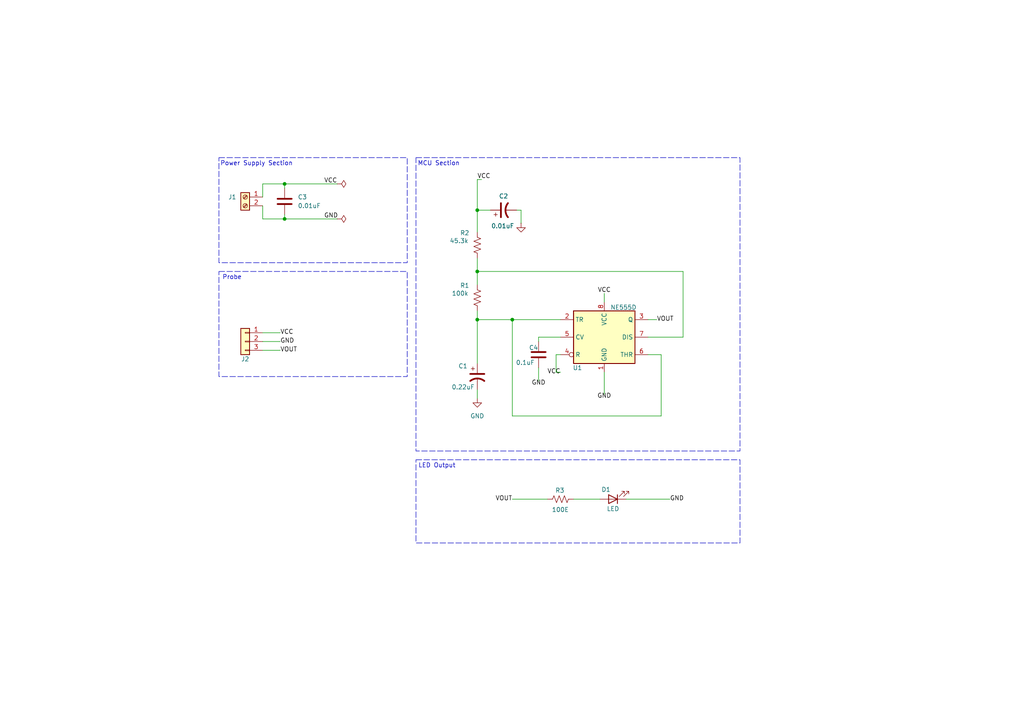
<source format=kicad_sch>
(kicad_sch
	(version 20231120)
	(generator "eeschema")
	(generator_version "8.0")
	(uuid "fc5dbd9e-ac9a-4e58-bc3b-44d5658761a4")
	(paper "A4")
	(lib_symbols
		(symbol "Connector:Screw_Terminal_01x02"
			(pin_names
				(offset 1.016) hide)
			(exclude_from_sim no)
			(in_bom yes)
			(on_board yes)
			(property "Reference" "J"
				(at 0 2.54 0)
				(effects
					(font
						(size 1.27 1.27)
					)
				)
			)
			(property "Value" "Screw_Terminal_01x02"
				(at 0 -5.08 0)
				(effects
					(font
						(size 1.27 1.27)
					)
				)
			)
			(property "Footprint" ""
				(at 0 0 0)
				(effects
					(font
						(size 1.27 1.27)
					)
					(hide yes)
				)
			)
			(property "Datasheet" "~"
				(at 0 0 0)
				(effects
					(font
						(size 1.27 1.27)
					)
					(hide yes)
				)
			)
			(property "Description" "Generic screw terminal, single row, 01x02, script generated (kicad-library-utils/schlib/autogen/connector/)"
				(at 0 0 0)
				(effects
					(font
						(size 1.27 1.27)
					)
					(hide yes)
				)
			)
			(property "ki_keywords" "screw terminal"
				(at 0 0 0)
				(effects
					(font
						(size 1.27 1.27)
					)
					(hide yes)
				)
			)
			(property "ki_fp_filters" "TerminalBlock*:*"
				(at 0 0 0)
				(effects
					(font
						(size 1.27 1.27)
					)
					(hide yes)
				)
			)
			(symbol "Screw_Terminal_01x02_1_1"
				(rectangle
					(start -1.27 1.27)
					(end 1.27 -3.81)
					(stroke
						(width 0.254)
						(type default)
					)
					(fill
						(type background)
					)
				)
				(circle
					(center 0 -2.54)
					(radius 0.635)
					(stroke
						(width 0.1524)
						(type default)
					)
					(fill
						(type none)
					)
				)
				(polyline
					(pts
						(xy -0.5334 -2.2098) (xy 0.3302 -3.048)
					)
					(stroke
						(width 0.1524)
						(type default)
					)
					(fill
						(type none)
					)
				)
				(polyline
					(pts
						(xy -0.5334 0.3302) (xy 0.3302 -0.508)
					)
					(stroke
						(width 0.1524)
						(type default)
					)
					(fill
						(type none)
					)
				)
				(polyline
					(pts
						(xy -0.3556 -2.032) (xy 0.508 -2.8702)
					)
					(stroke
						(width 0.1524)
						(type default)
					)
					(fill
						(type none)
					)
				)
				(polyline
					(pts
						(xy -0.3556 0.508) (xy 0.508 -0.3302)
					)
					(stroke
						(width 0.1524)
						(type default)
					)
					(fill
						(type none)
					)
				)
				(circle
					(center 0 0)
					(radius 0.635)
					(stroke
						(width 0.1524)
						(type default)
					)
					(fill
						(type none)
					)
				)
				(pin passive line
					(at -5.08 0 0)
					(length 3.81)
					(name "Pin_1"
						(effects
							(font
								(size 1.27 1.27)
							)
						)
					)
					(number "1"
						(effects
							(font
								(size 1.27 1.27)
							)
						)
					)
				)
				(pin passive line
					(at -5.08 -2.54 0)
					(length 3.81)
					(name "Pin_2"
						(effects
							(font
								(size 1.27 1.27)
							)
						)
					)
					(number "2"
						(effects
							(font
								(size 1.27 1.27)
							)
						)
					)
				)
			)
		)
		(symbol "Connector_Generic:Conn_01x03"
			(pin_names
				(offset 1.016) hide)
			(exclude_from_sim no)
			(in_bom yes)
			(on_board yes)
			(property "Reference" "J"
				(at 0 5.08 0)
				(effects
					(font
						(size 1.27 1.27)
					)
				)
			)
			(property "Value" "Conn_01x03"
				(at 0 -5.08 0)
				(effects
					(font
						(size 1.27 1.27)
					)
				)
			)
			(property "Footprint" ""
				(at 0 0 0)
				(effects
					(font
						(size 1.27 1.27)
					)
					(hide yes)
				)
			)
			(property "Datasheet" "~"
				(at 0 0 0)
				(effects
					(font
						(size 1.27 1.27)
					)
					(hide yes)
				)
			)
			(property "Description" "Generic connector, single row, 01x03, script generated (kicad-library-utils/schlib/autogen/connector/)"
				(at 0 0 0)
				(effects
					(font
						(size 1.27 1.27)
					)
					(hide yes)
				)
			)
			(property "ki_keywords" "connector"
				(at 0 0 0)
				(effects
					(font
						(size 1.27 1.27)
					)
					(hide yes)
				)
			)
			(property "ki_fp_filters" "Connector*:*_1x??_*"
				(at 0 0 0)
				(effects
					(font
						(size 1.27 1.27)
					)
					(hide yes)
				)
			)
			(symbol "Conn_01x03_1_1"
				(rectangle
					(start -1.27 -2.413)
					(end 0 -2.667)
					(stroke
						(width 0.1524)
						(type default)
					)
					(fill
						(type none)
					)
				)
				(rectangle
					(start -1.27 0.127)
					(end 0 -0.127)
					(stroke
						(width 0.1524)
						(type default)
					)
					(fill
						(type none)
					)
				)
				(rectangle
					(start -1.27 2.667)
					(end 0 2.413)
					(stroke
						(width 0.1524)
						(type default)
					)
					(fill
						(type none)
					)
				)
				(rectangle
					(start -1.27 3.81)
					(end 1.27 -3.81)
					(stroke
						(width 0.254)
						(type default)
					)
					(fill
						(type background)
					)
				)
				(pin passive line
					(at -5.08 2.54 0)
					(length 3.81)
					(name "Pin_1"
						(effects
							(font
								(size 1.27 1.27)
							)
						)
					)
					(number "1"
						(effects
							(font
								(size 1.27 1.27)
							)
						)
					)
				)
				(pin passive line
					(at -5.08 0 0)
					(length 3.81)
					(name "Pin_2"
						(effects
							(font
								(size 1.27 1.27)
							)
						)
					)
					(number "2"
						(effects
							(font
								(size 1.27 1.27)
							)
						)
					)
				)
				(pin passive line
					(at -5.08 -2.54 0)
					(length 3.81)
					(name "Pin_3"
						(effects
							(font
								(size 1.27 1.27)
							)
						)
					)
					(number "3"
						(effects
							(font
								(size 1.27 1.27)
							)
						)
					)
				)
			)
		)
		(symbol "Device:C"
			(pin_numbers hide)
			(pin_names
				(offset 0.254)
			)
			(exclude_from_sim no)
			(in_bom yes)
			(on_board yes)
			(property "Reference" "C"
				(at 0.635 2.54 0)
				(effects
					(font
						(size 1.27 1.27)
					)
					(justify left)
				)
			)
			(property "Value" "C"
				(at 0.635 -2.54 0)
				(effects
					(font
						(size 1.27 1.27)
					)
					(justify left)
				)
			)
			(property "Footprint" ""
				(at 0.9652 -3.81 0)
				(effects
					(font
						(size 1.27 1.27)
					)
					(hide yes)
				)
			)
			(property "Datasheet" "~"
				(at 0 0 0)
				(effects
					(font
						(size 1.27 1.27)
					)
					(hide yes)
				)
			)
			(property "Description" "Unpolarized capacitor"
				(at 0 0 0)
				(effects
					(font
						(size 1.27 1.27)
					)
					(hide yes)
				)
			)
			(property "ki_keywords" "cap capacitor"
				(at 0 0 0)
				(effects
					(font
						(size 1.27 1.27)
					)
					(hide yes)
				)
			)
			(property "ki_fp_filters" "C_*"
				(at 0 0 0)
				(effects
					(font
						(size 1.27 1.27)
					)
					(hide yes)
				)
			)
			(symbol "C_0_1"
				(polyline
					(pts
						(xy -2.032 -0.762) (xy 2.032 -0.762)
					)
					(stroke
						(width 0.508)
						(type default)
					)
					(fill
						(type none)
					)
				)
				(polyline
					(pts
						(xy -2.032 0.762) (xy 2.032 0.762)
					)
					(stroke
						(width 0.508)
						(type default)
					)
					(fill
						(type none)
					)
				)
			)
			(symbol "C_1_1"
				(pin passive line
					(at 0 3.81 270)
					(length 2.794)
					(name "~"
						(effects
							(font
								(size 1.27 1.27)
							)
						)
					)
					(number "1"
						(effects
							(font
								(size 1.27 1.27)
							)
						)
					)
				)
				(pin passive line
					(at 0 -3.81 90)
					(length 2.794)
					(name "~"
						(effects
							(font
								(size 1.27 1.27)
							)
						)
					)
					(number "2"
						(effects
							(font
								(size 1.27 1.27)
							)
						)
					)
				)
			)
		)
		(symbol "Device:C_Polarized_US"
			(pin_numbers hide)
			(pin_names
				(offset 0.254) hide)
			(exclude_from_sim no)
			(in_bom yes)
			(on_board yes)
			(property "Reference" "C"
				(at 0.635 2.54 0)
				(effects
					(font
						(size 1.27 1.27)
					)
					(justify left)
				)
			)
			(property "Value" "C_Polarized_US"
				(at 0.635 -2.54 0)
				(effects
					(font
						(size 1.27 1.27)
					)
					(justify left)
				)
			)
			(property "Footprint" ""
				(at 0 0 0)
				(effects
					(font
						(size 1.27 1.27)
					)
					(hide yes)
				)
			)
			(property "Datasheet" "~"
				(at 0 0 0)
				(effects
					(font
						(size 1.27 1.27)
					)
					(hide yes)
				)
			)
			(property "Description" "Polarized capacitor, US symbol"
				(at 0 0 0)
				(effects
					(font
						(size 1.27 1.27)
					)
					(hide yes)
				)
			)
			(property "ki_keywords" "cap capacitor"
				(at 0 0 0)
				(effects
					(font
						(size 1.27 1.27)
					)
					(hide yes)
				)
			)
			(property "ki_fp_filters" "CP_*"
				(at 0 0 0)
				(effects
					(font
						(size 1.27 1.27)
					)
					(hide yes)
				)
			)
			(symbol "C_Polarized_US_0_1"
				(polyline
					(pts
						(xy -2.032 0.762) (xy 2.032 0.762)
					)
					(stroke
						(width 0.508)
						(type default)
					)
					(fill
						(type none)
					)
				)
				(polyline
					(pts
						(xy -1.778 2.286) (xy -0.762 2.286)
					)
					(stroke
						(width 0)
						(type default)
					)
					(fill
						(type none)
					)
				)
				(polyline
					(pts
						(xy -1.27 1.778) (xy -1.27 2.794)
					)
					(stroke
						(width 0)
						(type default)
					)
					(fill
						(type none)
					)
				)
				(arc
					(start 2.032 -1.27)
					(mid 0 -0.5572)
					(end -2.032 -1.27)
					(stroke
						(width 0.508)
						(type default)
					)
					(fill
						(type none)
					)
				)
			)
			(symbol "C_Polarized_US_1_1"
				(pin passive line
					(at 0 3.81 270)
					(length 2.794)
					(name "~"
						(effects
							(font
								(size 1.27 1.27)
							)
						)
					)
					(number "1"
						(effects
							(font
								(size 1.27 1.27)
							)
						)
					)
				)
				(pin passive line
					(at 0 -3.81 90)
					(length 3.302)
					(name "~"
						(effects
							(font
								(size 1.27 1.27)
							)
						)
					)
					(number "2"
						(effects
							(font
								(size 1.27 1.27)
							)
						)
					)
				)
			)
		)
		(symbol "Device:LED"
			(pin_numbers hide)
			(pin_names
				(offset 1.016) hide)
			(exclude_from_sim no)
			(in_bom yes)
			(on_board yes)
			(property "Reference" "D"
				(at 0 2.54 0)
				(effects
					(font
						(size 1.27 1.27)
					)
				)
			)
			(property "Value" "LED"
				(at 0 -2.54 0)
				(effects
					(font
						(size 1.27 1.27)
					)
				)
			)
			(property "Footprint" ""
				(at 0 0 0)
				(effects
					(font
						(size 1.27 1.27)
					)
					(hide yes)
				)
			)
			(property "Datasheet" "~"
				(at 0 0 0)
				(effects
					(font
						(size 1.27 1.27)
					)
					(hide yes)
				)
			)
			(property "Description" "Light emitting diode"
				(at 0 0 0)
				(effects
					(font
						(size 1.27 1.27)
					)
					(hide yes)
				)
			)
			(property "ki_keywords" "LED diode"
				(at 0 0 0)
				(effects
					(font
						(size 1.27 1.27)
					)
					(hide yes)
				)
			)
			(property "ki_fp_filters" "LED* LED_SMD:* LED_THT:*"
				(at 0 0 0)
				(effects
					(font
						(size 1.27 1.27)
					)
					(hide yes)
				)
			)
			(symbol "LED_0_1"
				(polyline
					(pts
						(xy -1.27 -1.27) (xy -1.27 1.27)
					)
					(stroke
						(width 0.254)
						(type default)
					)
					(fill
						(type none)
					)
				)
				(polyline
					(pts
						(xy -1.27 0) (xy 1.27 0)
					)
					(stroke
						(width 0)
						(type default)
					)
					(fill
						(type none)
					)
				)
				(polyline
					(pts
						(xy 1.27 -1.27) (xy 1.27 1.27) (xy -1.27 0) (xy 1.27 -1.27)
					)
					(stroke
						(width 0.254)
						(type default)
					)
					(fill
						(type none)
					)
				)
				(polyline
					(pts
						(xy -3.048 -0.762) (xy -4.572 -2.286) (xy -3.81 -2.286) (xy -4.572 -2.286) (xy -4.572 -1.524)
					)
					(stroke
						(width 0)
						(type default)
					)
					(fill
						(type none)
					)
				)
				(polyline
					(pts
						(xy -1.778 -0.762) (xy -3.302 -2.286) (xy -2.54 -2.286) (xy -3.302 -2.286) (xy -3.302 -1.524)
					)
					(stroke
						(width 0)
						(type default)
					)
					(fill
						(type none)
					)
				)
			)
			(symbol "LED_1_1"
				(pin passive line
					(at -3.81 0 0)
					(length 2.54)
					(name "K"
						(effects
							(font
								(size 1.27 1.27)
							)
						)
					)
					(number "1"
						(effects
							(font
								(size 1.27 1.27)
							)
						)
					)
				)
				(pin passive line
					(at 3.81 0 180)
					(length 2.54)
					(name "A"
						(effects
							(font
								(size 1.27 1.27)
							)
						)
					)
					(number "2"
						(effects
							(font
								(size 1.27 1.27)
							)
						)
					)
				)
			)
		)
		(symbol "Device:R_US"
			(pin_numbers hide)
			(pin_names
				(offset 0)
			)
			(exclude_from_sim no)
			(in_bom yes)
			(on_board yes)
			(property "Reference" "R"
				(at 2.54 0 90)
				(effects
					(font
						(size 1.27 1.27)
					)
				)
			)
			(property "Value" "R_US"
				(at -2.54 0 90)
				(effects
					(font
						(size 1.27 1.27)
					)
				)
			)
			(property "Footprint" ""
				(at 1.016 -0.254 90)
				(effects
					(font
						(size 1.27 1.27)
					)
					(hide yes)
				)
			)
			(property "Datasheet" "~"
				(at 0 0 0)
				(effects
					(font
						(size 1.27 1.27)
					)
					(hide yes)
				)
			)
			(property "Description" "Resistor, US symbol"
				(at 0 0 0)
				(effects
					(font
						(size 1.27 1.27)
					)
					(hide yes)
				)
			)
			(property "ki_keywords" "R res resistor"
				(at 0 0 0)
				(effects
					(font
						(size 1.27 1.27)
					)
					(hide yes)
				)
			)
			(property "ki_fp_filters" "R_*"
				(at 0 0 0)
				(effects
					(font
						(size 1.27 1.27)
					)
					(hide yes)
				)
			)
			(symbol "R_US_0_1"
				(polyline
					(pts
						(xy 0 -2.286) (xy 0 -2.54)
					)
					(stroke
						(width 0)
						(type default)
					)
					(fill
						(type none)
					)
				)
				(polyline
					(pts
						(xy 0 2.286) (xy 0 2.54)
					)
					(stroke
						(width 0)
						(type default)
					)
					(fill
						(type none)
					)
				)
				(polyline
					(pts
						(xy 0 -0.762) (xy 1.016 -1.143) (xy 0 -1.524) (xy -1.016 -1.905) (xy 0 -2.286)
					)
					(stroke
						(width 0)
						(type default)
					)
					(fill
						(type none)
					)
				)
				(polyline
					(pts
						(xy 0 0.762) (xy 1.016 0.381) (xy 0 0) (xy -1.016 -0.381) (xy 0 -0.762)
					)
					(stroke
						(width 0)
						(type default)
					)
					(fill
						(type none)
					)
				)
				(polyline
					(pts
						(xy 0 2.286) (xy 1.016 1.905) (xy 0 1.524) (xy -1.016 1.143) (xy 0 0.762)
					)
					(stroke
						(width 0)
						(type default)
					)
					(fill
						(type none)
					)
				)
			)
			(symbol "R_US_1_1"
				(pin passive line
					(at 0 3.81 270)
					(length 1.27)
					(name "~"
						(effects
							(font
								(size 1.27 1.27)
							)
						)
					)
					(number "1"
						(effects
							(font
								(size 1.27 1.27)
							)
						)
					)
				)
				(pin passive line
					(at 0 -3.81 90)
					(length 1.27)
					(name "~"
						(effects
							(font
								(size 1.27 1.27)
							)
						)
					)
					(number "2"
						(effects
							(font
								(size 1.27 1.27)
							)
						)
					)
				)
			)
		)
		(symbol "Timer:NE555D"
			(exclude_from_sim no)
			(in_bom yes)
			(on_board yes)
			(property "Reference" "U"
				(at -10.16 8.89 0)
				(effects
					(font
						(size 1.27 1.27)
					)
					(justify left)
				)
			)
			(property "Value" "NE555D"
				(at 2.54 8.89 0)
				(effects
					(font
						(size 1.27 1.27)
					)
					(justify left)
				)
			)
			(property "Footprint" "Package_SO:SOIC-8_3.9x4.9mm_P1.27mm"
				(at 21.59 -10.16 0)
				(effects
					(font
						(size 1.27 1.27)
					)
					(hide yes)
				)
			)
			(property "Datasheet" "http://www.ti.com/lit/ds/symlink/ne555.pdf"
				(at 21.59 -10.16 0)
				(effects
					(font
						(size 1.27 1.27)
					)
					(hide yes)
				)
			)
			(property "Description" "Precision Timers, 555 compatible, SOIC-8"
				(at 0 0 0)
				(effects
					(font
						(size 1.27 1.27)
					)
					(hide yes)
				)
			)
			(property "ki_keywords" "single timer 555"
				(at 0 0 0)
				(effects
					(font
						(size 1.27 1.27)
					)
					(hide yes)
				)
			)
			(property "ki_fp_filters" "SOIC*3.9x4.9mm*P1.27mm*"
				(at 0 0 0)
				(effects
					(font
						(size 1.27 1.27)
					)
					(hide yes)
				)
			)
			(symbol "NE555D_0_0"
				(pin power_in line
					(at 0 -10.16 90)
					(length 2.54)
					(name "GND"
						(effects
							(font
								(size 1.27 1.27)
							)
						)
					)
					(number "1"
						(effects
							(font
								(size 1.27 1.27)
							)
						)
					)
				)
				(pin power_in line
					(at 0 10.16 270)
					(length 2.54)
					(name "VCC"
						(effects
							(font
								(size 1.27 1.27)
							)
						)
					)
					(number "8"
						(effects
							(font
								(size 1.27 1.27)
							)
						)
					)
				)
			)
			(symbol "NE555D_0_1"
				(rectangle
					(start -8.89 -7.62)
					(end 8.89 7.62)
					(stroke
						(width 0.254)
						(type default)
					)
					(fill
						(type background)
					)
				)
				(rectangle
					(start -8.89 -7.62)
					(end 8.89 7.62)
					(stroke
						(width 0.254)
						(type default)
					)
					(fill
						(type background)
					)
				)
			)
			(symbol "NE555D_1_1"
				(pin input line
					(at -12.7 5.08 0)
					(length 3.81)
					(name "TR"
						(effects
							(font
								(size 1.27 1.27)
							)
						)
					)
					(number "2"
						(effects
							(font
								(size 1.27 1.27)
							)
						)
					)
				)
				(pin output line
					(at 12.7 5.08 180)
					(length 3.81)
					(name "Q"
						(effects
							(font
								(size 1.27 1.27)
							)
						)
					)
					(number "3"
						(effects
							(font
								(size 1.27 1.27)
							)
						)
					)
				)
				(pin input inverted
					(at -12.7 -5.08 0)
					(length 3.81)
					(name "R"
						(effects
							(font
								(size 1.27 1.27)
							)
						)
					)
					(number "4"
						(effects
							(font
								(size 1.27 1.27)
							)
						)
					)
				)
				(pin input line
					(at -12.7 0 0)
					(length 3.81)
					(name "CV"
						(effects
							(font
								(size 1.27 1.27)
							)
						)
					)
					(number "5"
						(effects
							(font
								(size 1.27 1.27)
							)
						)
					)
				)
				(pin input line
					(at 12.7 -5.08 180)
					(length 3.81)
					(name "THR"
						(effects
							(font
								(size 1.27 1.27)
							)
						)
					)
					(number "6"
						(effects
							(font
								(size 1.27 1.27)
							)
						)
					)
				)
				(pin input line
					(at 12.7 0 180)
					(length 3.81)
					(name "DIS"
						(effects
							(font
								(size 1.27 1.27)
							)
						)
					)
					(number "7"
						(effects
							(font
								(size 1.27 1.27)
							)
						)
					)
				)
			)
		)
		(symbol "power:GND"
			(power)
			(pin_numbers hide)
			(pin_names
				(offset 0) hide)
			(exclude_from_sim no)
			(in_bom yes)
			(on_board yes)
			(property "Reference" "#PWR"
				(at 0 -6.35 0)
				(effects
					(font
						(size 1.27 1.27)
					)
					(hide yes)
				)
			)
			(property "Value" "GND"
				(at 0 -3.81 0)
				(effects
					(font
						(size 1.27 1.27)
					)
				)
			)
			(property "Footprint" ""
				(at 0 0 0)
				(effects
					(font
						(size 1.27 1.27)
					)
					(hide yes)
				)
			)
			(property "Datasheet" ""
				(at 0 0 0)
				(effects
					(font
						(size 1.27 1.27)
					)
					(hide yes)
				)
			)
			(property "Description" "Power symbol creates a global label with name \"GND\" , ground"
				(at 0 0 0)
				(effects
					(font
						(size 1.27 1.27)
					)
					(hide yes)
				)
			)
			(property "ki_keywords" "global power"
				(at 0 0 0)
				(effects
					(font
						(size 1.27 1.27)
					)
					(hide yes)
				)
			)
			(symbol "GND_0_1"
				(polyline
					(pts
						(xy 0 0) (xy 0 -1.27) (xy 1.27 -1.27) (xy 0 -2.54) (xy -1.27 -1.27) (xy 0 -1.27)
					)
					(stroke
						(width 0)
						(type default)
					)
					(fill
						(type none)
					)
				)
			)
			(symbol "GND_1_1"
				(pin power_in line
					(at 0 0 270)
					(length 0)
					(name "~"
						(effects
							(font
								(size 1.27 1.27)
							)
						)
					)
					(number "1"
						(effects
							(font
								(size 1.27 1.27)
							)
						)
					)
				)
			)
		)
		(symbol "power:PWR_FLAG"
			(power)
			(pin_numbers hide)
			(pin_names
				(offset 0) hide)
			(exclude_from_sim no)
			(in_bom yes)
			(on_board yes)
			(property "Reference" "#FLG"
				(at 0 1.905 0)
				(effects
					(font
						(size 1.27 1.27)
					)
					(hide yes)
				)
			)
			(property "Value" "PWR_FLAG"
				(at 0 3.81 0)
				(effects
					(font
						(size 1.27 1.27)
					)
				)
			)
			(property "Footprint" ""
				(at 0 0 0)
				(effects
					(font
						(size 1.27 1.27)
					)
					(hide yes)
				)
			)
			(property "Datasheet" "~"
				(at 0 0 0)
				(effects
					(font
						(size 1.27 1.27)
					)
					(hide yes)
				)
			)
			(property "Description" "Special symbol for telling ERC where power comes from"
				(at 0 0 0)
				(effects
					(font
						(size 1.27 1.27)
					)
					(hide yes)
				)
			)
			(property "ki_keywords" "flag power"
				(at 0 0 0)
				(effects
					(font
						(size 1.27 1.27)
					)
					(hide yes)
				)
			)
			(symbol "PWR_FLAG_0_0"
				(pin power_out line
					(at 0 0 90)
					(length 0)
					(name "~"
						(effects
							(font
								(size 1.27 1.27)
							)
						)
					)
					(number "1"
						(effects
							(font
								(size 1.27 1.27)
							)
						)
					)
				)
			)
			(symbol "PWR_FLAG_0_1"
				(polyline
					(pts
						(xy 0 0) (xy 0 1.27) (xy -1.016 1.905) (xy 0 2.54) (xy 1.016 1.905) (xy 0 1.27)
					)
					(stroke
						(width 0)
						(type default)
					)
					(fill
						(type none)
					)
				)
			)
		)
	)
	(junction
		(at 82.55 53.34)
		(diameter 0)
		(color 0 0 0 0)
		(uuid "043f78c8-0582-44b4-9f03-c641c35294c5")
	)
	(junction
		(at 148.59 92.71)
		(diameter 0)
		(color 0 0 0 0)
		(uuid "2cee2390-460e-424b-b335-c2cb2ecebd7e")
	)
	(junction
		(at 138.43 92.71)
		(diameter 0)
		(color 0 0 0 0)
		(uuid "664d8a71-0963-4e17-87d2-2248d00e7663")
	)
	(junction
		(at 138.43 78.74)
		(diameter 0)
		(color 0 0 0 0)
		(uuid "860f6e35-aae0-4a66-bcc5-76712973a584")
	)
	(junction
		(at 138.43 60.96)
		(diameter 0)
		(color 0 0 0 0)
		(uuid "8dc41d24-941a-487b-bc94-356345967ada")
	)
	(junction
		(at 82.55 63.5)
		(diameter 0)
		(color 0 0 0 0)
		(uuid "f15a8cab-2618-4cf7-9a92-efa13c6590c8")
	)
	(wire
		(pts
			(xy 191.77 102.87) (xy 191.77 120.65)
		)
		(stroke
			(width 0)
			(type default)
		)
		(uuid "0243de28-60ec-4b18-a40f-4b057a9f0856")
	)
	(wire
		(pts
			(xy 82.55 53.34) (xy 97.79 53.34)
		)
		(stroke
			(width 0)
			(type default)
		)
		(uuid "02602ef5-151f-4975-87fc-3b2b8fa97889")
	)
	(wire
		(pts
			(xy 151.13 60.96) (xy 151.13 64.77)
		)
		(stroke
			(width 0)
			(type default)
		)
		(uuid "02d80c43-8dbe-4a90-bf54-60a65fd07733")
	)
	(wire
		(pts
			(xy 148.59 144.78) (xy 158.75 144.78)
		)
		(stroke
			(width 0)
			(type default)
		)
		(uuid "0525122d-0820-49e9-a042-e2cd1f0f0943")
	)
	(wire
		(pts
			(xy 138.43 52.07) (xy 139.7 52.07)
		)
		(stroke
			(width 0)
			(type default)
		)
		(uuid "0d11e630-4ef4-4c12-8fcf-dd2aba11f675")
	)
	(wire
		(pts
			(xy 76.2 63.5) (xy 82.55 63.5)
		)
		(stroke
			(width 0)
			(type default)
		)
		(uuid "0fece5ba-fe46-43a7-8e11-beb7eec7ed75")
	)
	(wire
		(pts
			(xy 156.21 99.06) (xy 156.21 97.79)
		)
		(stroke
			(width 0)
			(type default)
		)
		(uuid "13fabd30-daa1-49b1-8756-c360005ba188")
	)
	(wire
		(pts
			(xy 191.77 120.65) (xy 148.59 120.65)
		)
		(stroke
			(width 0)
			(type default)
		)
		(uuid "1579fc20-594c-477b-a659-f859791601da")
	)
	(wire
		(pts
			(xy 82.55 54.61) (xy 82.55 53.34)
		)
		(stroke
			(width 0)
			(type default)
		)
		(uuid "1d20e087-f429-43c5-b7a3-a3e2dc91e913")
	)
	(wire
		(pts
			(xy 76.2 57.15) (xy 76.2 53.34)
		)
		(stroke
			(width 0)
			(type default)
		)
		(uuid "244d2660-0abf-40ca-bd23-305359f4d0fe")
	)
	(wire
		(pts
			(xy 149.86 60.96) (xy 151.13 60.96)
		)
		(stroke
			(width 0)
			(type default)
		)
		(uuid "2baf3260-4c51-478e-a2e6-25148703d19b")
	)
	(wire
		(pts
			(xy 198.12 97.79) (xy 198.12 78.74)
		)
		(stroke
			(width 0)
			(type default)
		)
		(uuid "36d1def5-ef09-447c-97d0-f599f5565ffe")
	)
	(wire
		(pts
			(xy 76.2 99.06) (xy 81.28 99.06)
		)
		(stroke
			(width 0)
			(type default)
		)
		(uuid "490fc82c-45b2-4168-ba82-4668c5fc75da")
	)
	(wire
		(pts
			(xy 181.61 144.78) (xy 194.31 144.78)
		)
		(stroke
			(width 0)
			(type default)
		)
		(uuid "4a532ef7-787c-40c7-8c93-234023528a02")
	)
	(wire
		(pts
			(xy 76.2 101.6) (xy 81.28 101.6)
		)
		(stroke
			(width 0)
			(type default)
		)
		(uuid "58096a71-efe3-4bdb-bdad-c36f19a3b2bd")
	)
	(wire
		(pts
			(xy 138.43 52.07) (xy 138.43 60.96)
		)
		(stroke
			(width 0)
			(type default)
		)
		(uuid "5dfddc6e-f8df-4cff-bcfc-d63938b1c194")
	)
	(wire
		(pts
			(xy 138.43 78.74) (xy 198.12 78.74)
		)
		(stroke
			(width 0)
			(type default)
		)
		(uuid "737ec32f-4760-4005-9111-653aa541460e")
	)
	(wire
		(pts
			(xy 156.21 97.79) (xy 162.56 97.79)
		)
		(stroke
			(width 0)
			(type default)
		)
		(uuid "8114f403-e749-47e3-b40e-28a03ae824e4")
	)
	(wire
		(pts
			(xy 138.43 92.71) (xy 148.59 92.71)
		)
		(stroke
			(width 0)
			(type default)
		)
		(uuid "85af3934-b8c6-4831-be0f-794927b8feec")
	)
	(wire
		(pts
			(xy 138.43 60.96) (xy 138.43 67.31)
		)
		(stroke
			(width 0)
			(type default)
		)
		(uuid "87097674-cc4f-46f7-873d-2ed1a06fd51e")
	)
	(wire
		(pts
			(xy 82.55 63.5) (xy 97.79 63.5)
		)
		(stroke
			(width 0)
			(type default)
		)
		(uuid "88b7e088-0e20-4c9d-9c82-78a003b5bb3b")
	)
	(wire
		(pts
			(xy 187.96 102.87) (xy 191.77 102.87)
		)
		(stroke
			(width 0)
			(type default)
		)
		(uuid "88d27bf0-f21b-412c-bf44-a10796ac3bbf")
	)
	(wire
		(pts
			(xy 76.2 96.52) (xy 81.28 96.52)
		)
		(stroke
			(width 0)
			(type default)
		)
		(uuid "8a541a68-7631-4952-b8f4-8af6c311221d")
	)
	(wire
		(pts
			(xy 156.21 106.68) (xy 156.21 110.49)
		)
		(stroke
			(width 0)
			(type default)
		)
		(uuid "9794a7d5-26c2-43ba-ba78-40563d41cce0")
	)
	(wire
		(pts
			(xy 138.43 92.71) (xy 138.43 105.41)
		)
		(stroke
			(width 0)
			(type default)
		)
		(uuid "9bcd69eb-b0c8-4aa9-93c1-c3243075984a")
	)
	(wire
		(pts
			(xy 175.26 107.95) (xy 175.26 114.3)
		)
		(stroke
			(width 0)
			(type default)
		)
		(uuid "9cda6c92-4fc8-454e-a671-c09e1cbd8ed2")
	)
	(wire
		(pts
			(xy 138.43 90.17) (xy 138.43 92.71)
		)
		(stroke
			(width 0)
			(type default)
		)
		(uuid "9f2aefab-ae5f-4ff8-a429-4440f64a418a")
	)
	(wire
		(pts
			(xy 175.26 85.09) (xy 175.26 87.63)
		)
		(stroke
			(width 0)
			(type default)
		)
		(uuid "a04cfa17-022d-49d9-a489-e67ba30e0471")
	)
	(wire
		(pts
			(xy 166.37 144.78) (xy 173.99 144.78)
		)
		(stroke
			(width 0)
			(type default)
		)
		(uuid "a0e70bb8-c1f1-481b-b2f8-efdc5159b2e5")
	)
	(wire
		(pts
			(xy 138.43 60.96) (xy 142.24 60.96)
		)
		(stroke
			(width 0)
			(type default)
		)
		(uuid "a1b60789-ef5f-4588-ae0f-f9ac5a2722a2")
	)
	(wire
		(pts
			(xy 162.56 107.95) (xy 161.29 107.95)
		)
		(stroke
			(width 0)
			(type default)
		)
		(uuid "aea937da-6ba0-437c-90d6-5a47aae3a1a3")
	)
	(wire
		(pts
			(xy 138.43 78.74) (xy 138.43 82.55)
		)
		(stroke
			(width 0)
			(type default)
		)
		(uuid "aeef4296-2bf7-4dae-aeca-6c3c0d9aa185")
	)
	(wire
		(pts
			(xy 138.43 113.03) (xy 138.43 115.57)
		)
		(stroke
			(width 0)
			(type default)
		)
		(uuid "b061f83c-a7b4-40d6-bb92-6b70d1086a0a")
	)
	(wire
		(pts
			(xy 148.59 92.71) (xy 162.56 92.71)
		)
		(stroke
			(width 0)
			(type default)
		)
		(uuid "b0ce0d0b-1fac-4717-9b81-10230fd635c8")
	)
	(wire
		(pts
			(xy 190.5 92.71) (xy 187.96 92.71)
		)
		(stroke
			(width 0)
			(type default)
		)
		(uuid "b0e807f3-d89a-4c46-a03e-7c557cbe124e")
	)
	(wire
		(pts
			(xy 82.55 63.5) (xy 82.55 62.23)
		)
		(stroke
			(width 0)
			(type default)
		)
		(uuid "b9d00e84-8742-498e-ab83-2793118e855e")
	)
	(wire
		(pts
			(xy 148.59 120.65) (xy 148.59 92.71)
		)
		(stroke
			(width 0)
			(type default)
		)
		(uuid "bfe2dd64-c4b7-4983-a5c0-dd2d83eb65f9")
	)
	(wire
		(pts
			(xy 161.29 102.87) (xy 162.56 102.87)
		)
		(stroke
			(width 0)
			(type default)
		)
		(uuid "c332fca5-1d07-4f4a-8ab8-4f5221594170")
	)
	(wire
		(pts
			(xy 187.96 97.79) (xy 198.12 97.79)
		)
		(stroke
			(width 0)
			(type default)
		)
		(uuid "d5073cc3-dbf6-479c-8770-25f6551fa6c7")
	)
	(wire
		(pts
			(xy 76.2 59.69) (xy 76.2 63.5)
		)
		(stroke
			(width 0)
			(type default)
		)
		(uuid "d89613ca-90b9-47b5-9cc5-5f557d0c2b05")
	)
	(wire
		(pts
			(xy 76.2 53.34) (xy 82.55 53.34)
		)
		(stroke
			(width 0)
			(type default)
		)
		(uuid "e491439e-fec7-457d-b98b-211bfb9ddd63")
	)
	(wire
		(pts
			(xy 138.43 74.93) (xy 138.43 78.74)
		)
		(stroke
			(width 0)
			(type default)
		)
		(uuid "ec2601c5-37e7-4517-9963-d3569e2c8da4")
	)
	(wire
		(pts
			(xy 161.29 107.95) (xy 161.29 102.87)
		)
		(stroke
			(width 0)
			(type default)
		)
		(uuid "f5668d11-5262-49f6-95d8-4e1d41794134")
	)
	(rectangle
		(start 63.5 45.72)
		(end 118.11 76.2)
		(stroke
			(width 0)
			(type dash)
		)
		(fill
			(type none)
		)
		(uuid 2469da67-9cce-413b-80d1-288d033098b7)
	)
	(rectangle
		(start 120.65 45.72)
		(end 214.63 130.81)
		(stroke
			(width 0)
			(type dash)
		)
		(fill
			(type none)
		)
		(uuid 52321f8e-394f-410a-83cf-5c7de30b9615)
	)
	(rectangle
		(start 120.65 133.35)
		(end 214.63 157.48)
		(stroke
			(width 0)
			(type dash)
		)
		(fill
			(type none)
		)
		(uuid 9acca25f-7863-4ef9-95f3-9ba93a994960)
	)
	(rectangle
		(start 63.5 78.74)
		(end 118.11 109.22)
		(stroke
			(width 0)
			(type dash)
		)
		(fill
			(type none)
		)
		(uuid a0e4687c-0125-43d1-9f54-ea606fa4e554)
	)
	(text "MCU Section"
		(exclude_from_sim no)
		(at 127.254 47.498 0)
		(effects
			(font
				(size 1.27 1.27)
			)
		)
		(uuid "23d03899-9a7d-449f-bb60-973f479a02fb")
	)
	(text "LED Output"
		(exclude_from_sim no)
		(at 126.746 135.128 0)
		(effects
			(font
				(size 1.27 1.27)
			)
		)
		(uuid "2d7ec382-0c72-4b3a-9a2a-35f83cf5567f")
	)
	(text "Probe"
		(exclude_from_sim no)
		(at 67.31 80.518 0)
		(effects
			(font
				(size 1.27 1.27)
			)
		)
		(uuid "45f8d608-5026-4a3f-b973-0701cb78a6a9")
	)
	(text "Power Supply Section"
		(exclude_from_sim no)
		(at 74.422 47.498 0)
		(effects
			(font
				(size 1.27 1.27)
			)
		)
		(uuid "761c2ffe-8765-493d-9699-c0aa25eb21a1")
	)
	(label "GND"
		(at 175.26 114.3 0)
		(fields_autoplaced yes)
		(effects
			(font
				(size 1.27 1.27)
			)
			(justify top)
		)
		(uuid "17e13b88-141b-4929-a6a2-c7c8cc9d4338")
	)
	(label "VOUT"
		(at 148.59 144.78 180)
		(fields_autoplaced yes)
		(effects
			(font
				(size 1.27 1.27)
			)
			(justify right)
		)
		(uuid "33abfadd-a82e-45bd-b2e1-b1032278a386")
	)
	(label "VCC"
		(at 162.56 107.95 180)
		(fields_autoplaced yes)
		(effects
			(font
				(size 1.27 1.27)
			)
			(justify right)
		)
		(uuid "3ebdd28f-3b6c-4a05-9644-cedaa4bc3fe6")
	)
	(label "VCC"
		(at 175.26 85.09 0)
		(fields_autoplaced yes)
		(effects
			(font
				(size 1.27 1.27)
			)
			(justify bottom)
		)
		(uuid "51e53d15-db36-44db-a306-335be9bc9f6b")
	)
	(label "GND"
		(at 81.28 99.06 0)
		(fields_autoplaced yes)
		(effects
			(font
				(size 1.27 1.27)
			)
			(justify left)
		)
		(uuid "5839e960-51cb-43e8-b49a-02ec9cbcde20")
	)
	(label "GND"
		(at 93.98 63.5 0)
		(fields_autoplaced yes)
		(effects
			(font
				(size 1.27 1.27)
			)
			(justify left bottom)
		)
		(uuid "594c6a6c-b61c-4de8-8dc3-063222becdc2")
	)
	(label "GND"
		(at 156.21 110.49 0)
		(fields_autoplaced yes)
		(effects
			(font
				(size 1.27 1.27)
			)
			(justify top)
		)
		(uuid "7e86f78f-b13c-403a-9a85-736c42ae352c")
	)
	(label "VOUT"
		(at 81.28 101.6 0)
		(fields_autoplaced yes)
		(effects
			(font
				(size 1.27 1.27)
			)
			(justify left)
		)
		(uuid "7e99d086-3645-4844-8d57-09323bfbb4cb")
	)
	(label "GND"
		(at 194.31 144.78 0)
		(fields_autoplaced yes)
		(effects
			(font
				(size 1.27 1.27)
			)
			(justify left)
		)
		(uuid "8a8c3a5f-dda9-4efc-b9f2-4f4fff2d34f7")
	)
	(label "VCC"
		(at 81.28 96.52 0)
		(fields_autoplaced yes)
		(effects
			(font
				(size 1.27 1.27)
			)
			(justify left)
		)
		(uuid "96802d75-bdbd-4269-8716-18d5245980a6")
	)
	(label "VCC"
		(at 138.43 52.07 0)
		(fields_autoplaced yes)
		(effects
			(font
				(size 1.27 1.27)
			)
			(justify left bottom)
		)
		(uuid "c5a49785-a368-4e4a-8aa0-2fe4bd783d4e")
	)
	(label "VOUT"
		(at 190.5 92.71 0)
		(fields_autoplaced yes)
		(effects
			(font
				(size 1.27 1.27)
			)
			(justify left)
		)
		(uuid "dd6af1d7-d531-43bf-af83-5f4c38383c8d")
	)
	(label "VCC"
		(at 93.98 53.34 0)
		(fields_autoplaced yes)
		(effects
			(font
				(size 1.27 1.27)
			)
			(justify left bottom)
		)
		(uuid "e310516b-9245-44b7-8fc2-bbb1bb391592")
	)
	(symbol
		(lib_id "power:GND")
		(at 138.43 115.57 0)
		(unit 1)
		(exclude_from_sim no)
		(in_bom yes)
		(on_board yes)
		(dnp no)
		(fields_autoplaced yes)
		(uuid "018169f5-6b03-44d5-a733-70720a28e763")
		(property "Reference" "#PWR04"
			(at 138.43 121.92 0)
			(effects
				(font
					(size 1.27 1.27)
				)
				(hide yes)
			)
		)
		(property "Value" "GND"
			(at 138.43 120.65 0)
			(effects
				(font
					(size 1.27 1.27)
				)
			)
		)
		(property "Footprint" ""
			(at 138.43 115.57 0)
			(effects
				(font
					(size 1.27 1.27)
				)
				(hide yes)
			)
		)
		(property "Datasheet" ""
			(at 138.43 115.57 0)
			(effects
				(font
					(size 1.27 1.27)
				)
				(hide yes)
			)
		)
		(property "Description" "Power symbol creates a global label with name \"GND\" , ground"
			(at 138.43 115.57 0)
			(effects
				(font
					(size 1.27 1.27)
				)
				(hide yes)
			)
		)
		(pin "1"
			(uuid "730e3399-6ebd-4fdc-b0ac-e9f1f1bce513")
		)
		(instances
			(project "SQR Wave Generator"
				(path "/fc5dbd9e-ac9a-4e58-bc3b-44d5658761a4"
					(reference "#PWR04")
					(unit 1)
				)
			)
		)
	)
	(symbol
		(lib_id "Device:R_US")
		(at 138.43 86.36 0)
		(unit 1)
		(exclude_from_sim no)
		(in_bom yes)
		(on_board yes)
		(dnp no)
		(uuid "165e4a88-8bf2-46b6-80e5-be1091eecf92")
		(property "Reference" "R1"
			(at 136.144 82.804 0)
			(effects
				(font
					(size 1.27 1.27)
				)
				(justify right)
			)
		)
		(property "Value" "100k"
			(at 135.89 85.0901 0)
			(effects
				(font
					(size 1.27 1.27)
				)
				(justify right)
			)
		)
		(property "Footprint" "Resistor_SMD:R_0805_2012Metric"
			(at 139.446 86.614 90)
			(effects
				(font
					(size 1.27 1.27)
				)
				(hide yes)
			)
		)
		(property "Datasheet" "~"
			(at 138.43 86.36 0)
			(effects
				(font
					(size 1.27 1.27)
				)
				(hide yes)
			)
		)
		(property "Description" "Resistor, US symbol"
			(at 138.43 86.36 0)
			(effects
				(font
					(size 1.27 1.27)
				)
				(hide yes)
			)
		)
		(pin "1"
			(uuid "26523708-4795-4005-85b0-f2602bab9b56")
		)
		(pin "2"
			(uuid "5f55a65b-68de-482c-8cb2-c3ad0dfaaecb")
		)
		(instances
			(project "SQR Wave Generator"
				(path "/fc5dbd9e-ac9a-4e58-bc3b-44d5658761a4"
					(reference "R1")
					(unit 1)
				)
			)
		)
	)
	(symbol
		(lib_id "Connector:Screw_Terminal_01x02")
		(at 71.12 57.15 0)
		(mirror y)
		(unit 1)
		(exclude_from_sim no)
		(in_bom yes)
		(on_board yes)
		(dnp no)
		(uuid "24e28074-246c-4635-b133-07a35addcbfd")
		(property "Reference" "J1"
			(at 68.58 57.1499 0)
			(effects
				(font
					(size 1.27 1.27)
				)
				(justify left)
			)
		)
		(property "Value" "Screw_Terminal_01x02"
			(at 68.58 59.6899 0)
			(effects
				(font
					(size 1.27 1.27)
				)
				(justify left)
				(hide yes)
			)
		)
		(property "Footprint" "TerminalBlock_Phoenix:TerminalBlock_Phoenix_MKDS-1,5-2-5.08_1x02_P5.08mm_Horizontal"
			(at 71.12 57.15 0)
			(effects
				(font
					(size 1.27 1.27)
				)
				(hide yes)
			)
		)
		(property "Datasheet" "~"
			(at 71.12 57.15 0)
			(effects
				(font
					(size 1.27 1.27)
				)
				(hide yes)
			)
		)
		(property "Description" "Generic screw terminal, single row, 01x02, script generated (kicad-library-utils/schlib/autogen/connector/)"
			(at 71.12 57.15 0)
			(effects
				(font
					(size 1.27 1.27)
				)
				(hide yes)
			)
		)
		(pin "1"
			(uuid "a9b6f8e7-c9f7-47d5-8100-a8fd52fd10e6")
		)
		(pin "2"
			(uuid "e0297f7a-db5b-4836-a12a-cf23710f9d0d")
		)
		(instances
			(project ""
				(path "/fc5dbd9e-ac9a-4e58-bc3b-44d5658761a4"
					(reference "J1")
					(unit 1)
				)
			)
		)
	)
	(symbol
		(lib_id "power:GND")
		(at 151.13 64.77 0)
		(unit 1)
		(exclude_from_sim no)
		(in_bom yes)
		(on_board yes)
		(dnp no)
		(uuid "2fcf4047-8cd1-4a16-b83e-a7efa6f31683")
		(property "Reference" "#PWR03"
			(at 151.13 71.12 0)
			(effects
				(font
					(size 1.27 1.27)
				)
				(hide yes)
			)
		)
		(property "Value" "GND"
			(at 151.13 68.834 0)
			(effects
				(font
					(size 1.27 1.27)
				)
				(hide yes)
			)
		)
		(property "Footprint" ""
			(at 151.13 64.77 0)
			(effects
				(font
					(size 1.27 1.27)
				)
				(hide yes)
			)
		)
		(property "Datasheet" ""
			(at 151.13 64.77 0)
			(effects
				(font
					(size 1.27 1.27)
				)
				(hide yes)
			)
		)
		(property "Description" "Power symbol creates a global label with name \"GND\" , ground"
			(at 151.13 64.77 0)
			(effects
				(font
					(size 1.27 1.27)
				)
				(hide yes)
			)
		)
		(pin "1"
			(uuid "e4e76088-a9fc-48c6-9833-a0ae8c7bc902")
		)
		(instances
			(project "SQR Wave Generator"
				(path "/fc5dbd9e-ac9a-4e58-bc3b-44d5658761a4"
					(reference "#PWR03")
					(unit 1)
				)
			)
		)
	)
	(symbol
		(lib_id "Device:C_Polarized_US")
		(at 146.05 60.96 90)
		(unit 1)
		(exclude_from_sim no)
		(in_bom yes)
		(on_board yes)
		(dnp no)
		(uuid "4a271135-0460-488b-a967-e1270282ce51")
		(property "Reference" "C2"
			(at 146.05 56.896 90)
			(effects
				(font
					(size 1.27 1.27)
				)
			)
		)
		(property "Value" "0.01uF"
			(at 145.796 65.532 90)
			(effects
				(font
					(size 1.27 1.27)
				)
			)
		)
		(property "Footprint" "Capacitor_SMD:C_0805_2012Metric_Pad1.18x1.45mm_HandSolder"
			(at 146.05 60.96 0)
			(effects
				(font
					(size 1.27 1.27)
				)
				(hide yes)
			)
		)
		(property "Datasheet" "~"
			(at 146.05 60.96 0)
			(effects
				(font
					(size 1.27 1.27)
				)
				(hide yes)
			)
		)
		(property "Description" "Polarized capacitor, US symbol"
			(at 146.05 60.96 0)
			(effects
				(font
					(size 1.27 1.27)
				)
				(hide yes)
			)
		)
		(pin "1"
			(uuid "cc602360-d6c0-4a14-b7ea-31c6efede4d6")
		)
		(pin "2"
			(uuid "03e2be6b-5753-4e1b-ae64-1c7904b56e6d")
		)
		(instances
			(project "SQR Wave Generator"
				(path "/fc5dbd9e-ac9a-4e58-bc3b-44d5658761a4"
					(reference "C2")
					(unit 1)
				)
			)
		)
	)
	(symbol
		(lib_id "Device:C")
		(at 82.55 58.42 0)
		(unit 1)
		(exclude_from_sim no)
		(in_bom yes)
		(on_board yes)
		(dnp no)
		(fields_autoplaced yes)
		(uuid "5ad2dac6-5c41-47ed-85f9-6fba861a4aa8")
		(property "Reference" "C3"
			(at 86.36 57.1499 0)
			(effects
				(font
					(size 1.27 1.27)
				)
				(justify left)
			)
		)
		(property "Value" "0.01uF"
			(at 86.36 59.6899 0)
			(effects
				(font
					(size 1.27 1.27)
				)
				(justify left)
			)
		)
		(property "Footprint" "Capacitor_SMD:C_0805_2012Metric_Pad1.18x1.45mm_HandSolder"
			(at 83.5152 62.23 0)
			(effects
				(font
					(size 1.27 1.27)
				)
				(hide yes)
			)
		)
		(property "Datasheet" "~"
			(at 82.55 58.42 0)
			(effects
				(font
					(size 1.27 1.27)
				)
				(hide yes)
			)
		)
		(property "Description" "Unpolarized capacitor"
			(at 82.55 58.42 0)
			(effects
				(font
					(size 1.27 1.27)
				)
				(hide yes)
			)
		)
		(pin "1"
			(uuid "93a90ce5-d774-4772-b9cb-49c6f5997f60")
		)
		(pin "2"
			(uuid "bc1f0c2c-0119-4c21-b16d-382d5a5fb2f6")
		)
		(instances
			(project ""
				(path "/fc5dbd9e-ac9a-4e58-bc3b-44d5658761a4"
					(reference "C3")
					(unit 1)
				)
			)
		)
	)
	(symbol
		(lib_id "Device:R_US")
		(at 162.56 144.78 90)
		(unit 1)
		(exclude_from_sim no)
		(in_bom yes)
		(on_board yes)
		(dnp no)
		(uuid "9628b3fd-4540-4315-86ce-301fab219b73")
		(property "Reference" "R3"
			(at 161.036 142.24 90)
			(effects
				(font
					(size 1.27 1.27)
				)
				(justify right)
			)
		)
		(property "Value" "100E"
			(at 160.02 147.828 90)
			(effects
				(font
					(size 1.27 1.27)
				)
				(justify right)
			)
		)
		(property "Footprint" "Resistor_SMD:R_0805_2012Metric"
			(at 162.814 143.764 90)
			(effects
				(font
					(size 1.27 1.27)
				)
				(hide yes)
			)
		)
		(property "Datasheet" "~"
			(at 162.56 144.78 0)
			(effects
				(font
					(size 1.27 1.27)
				)
				(hide yes)
			)
		)
		(property "Description" "Resistor, US symbol"
			(at 162.56 144.78 0)
			(effects
				(font
					(size 1.27 1.27)
				)
				(hide yes)
			)
		)
		(pin "1"
			(uuid "41d78523-c010-4a96-b691-330ac660b04f")
		)
		(pin "2"
			(uuid "087215b7-4e3f-4915-a6ca-dd90744e01d2")
		)
		(instances
			(project "SQR Wave Generator"
				(path "/fc5dbd9e-ac9a-4e58-bc3b-44d5658761a4"
					(reference "R3")
					(unit 1)
				)
			)
		)
	)
	(symbol
		(lib_id "Timer:NE555D")
		(at 175.26 97.79 0)
		(unit 1)
		(exclude_from_sim no)
		(in_bom yes)
		(on_board yes)
		(dnp no)
		(uuid "bd463982-0389-4169-ac5c-2628f2c82dc2")
		(property "Reference" "U1"
			(at 166.116 106.68 0)
			(effects
				(font
					(size 1.27 1.27)
				)
				(justify left)
			)
		)
		(property "Value" "NE555D"
			(at 177.038 89.154 0)
			(effects
				(font
					(size 1.27 1.27)
				)
				(justify left)
			)
		)
		(property "Footprint" "Package_SO:SOIC-8_3.9x4.9mm_P1.27mm"
			(at 196.85 107.95 0)
			(effects
				(font
					(size 1.27 1.27)
				)
				(hide yes)
			)
		)
		(property "Datasheet" "http://www.ti.com/lit/ds/symlink/ne555.pdf"
			(at 196.85 107.95 0)
			(effects
				(font
					(size 1.27 1.27)
				)
				(hide yes)
			)
		)
		(property "Description" "Precision Timers, 555 compatible, SOIC-8"
			(at 175.26 97.79 0)
			(effects
				(font
					(size 1.27 1.27)
				)
				(hide yes)
			)
		)
		(pin "5"
			(uuid "cbe7ff65-c237-4ac9-a92e-bed3fbcb64f0")
		)
		(pin "1"
			(uuid "87ef11d9-5843-48bc-b8a6-740de1b740e3")
		)
		(pin "7"
			(uuid "3b785ba5-57e6-45ae-b43a-0664512fdc85")
		)
		(pin "6"
			(uuid "a760185b-e8b5-4f9f-acf2-9d8ad0949c8a")
		)
		(pin "4"
			(uuid "08116f2b-c217-48a7-93c6-9e1a40409551")
		)
		(pin "2"
			(uuid "d98b4046-d215-4af4-a8ee-9c72a16489e5")
		)
		(pin "3"
			(uuid "7fab7de7-b893-47fd-8f1d-befc37386d2e")
		)
		(pin "8"
			(uuid "e4530d27-8e45-4a12-9b78-3267f19cf0e4")
		)
		(instances
			(project "SQR Wave Generator"
				(path "/fc5dbd9e-ac9a-4e58-bc3b-44d5658761a4"
					(reference "U1")
					(unit 1)
				)
			)
		)
	)
	(symbol
		(lib_id "Device:R_US")
		(at 138.43 71.12 0)
		(unit 1)
		(exclude_from_sim no)
		(in_bom yes)
		(on_board yes)
		(dnp no)
		(uuid "c213a841-ea7f-4068-9e2d-b26001ff7381")
		(property "Reference" "R2"
			(at 136.144 67.564 0)
			(effects
				(font
					(size 1.27 1.27)
				)
				(justify right)
			)
		)
		(property "Value" "45.3k"
			(at 135.89 69.8501 0)
			(effects
				(font
					(size 1.27 1.27)
				)
				(justify right)
			)
		)
		(property "Footprint" "Resistor_SMD:R_0805_2012Metric"
			(at 139.446 71.374 90)
			(effects
				(font
					(size 1.27 1.27)
				)
				(hide yes)
			)
		)
		(property "Datasheet" "~"
			(at 138.43 71.12 0)
			(effects
				(font
					(size 1.27 1.27)
				)
				(hide yes)
			)
		)
		(property "Description" "Resistor, US symbol"
			(at 138.43 71.12 0)
			(effects
				(font
					(size 1.27 1.27)
				)
				(hide yes)
			)
		)
		(pin "1"
			(uuid "a08fbbdc-5206-4e51-9447-007daa7168e7")
		)
		(pin "2"
			(uuid "7bdc7946-bfd9-4263-96bb-df97ba4791bd")
		)
		(instances
			(project "SQR Wave Generator"
				(path "/fc5dbd9e-ac9a-4e58-bc3b-44d5658761a4"
					(reference "R2")
					(unit 1)
				)
			)
		)
	)
	(symbol
		(lib_id "Device:C_Polarized_US")
		(at 138.43 109.22 0)
		(unit 1)
		(exclude_from_sim no)
		(in_bom yes)
		(on_board yes)
		(dnp no)
		(uuid "c6b315cb-cff6-42d0-83f7-e572fb5f1934")
		(property "Reference" "C1"
			(at 135.636 106.172 0)
			(effects
				(font
					(size 1.27 1.27)
				)
				(justify right)
			)
		)
		(property "Value" "0.22uF"
			(at 137.668 112.268 0)
			(effects
				(font
					(size 1.27 1.27)
				)
				(justify right)
			)
		)
		(property "Footprint" "Capacitor_SMD:C_0805_2012Metric_Pad1.18x1.45mm_HandSolder"
			(at 138.43 109.22 0)
			(effects
				(font
					(size 1.27 1.27)
				)
				(hide yes)
			)
		)
		(property "Datasheet" "~"
			(at 138.43 109.22 0)
			(effects
				(font
					(size 1.27 1.27)
				)
				(hide yes)
			)
		)
		(property "Description" "Polarized capacitor, US symbol"
			(at 138.43 109.22 0)
			(effects
				(font
					(size 1.27 1.27)
				)
				(hide yes)
			)
		)
		(pin "1"
			(uuid "7705f2d5-7acc-4e81-abe3-a7b8bebcd9f1")
		)
		(pin "2"
			(uuid "bbeb01de-3e99-4e3b-9a9f-d4e778d0d420")
		)
		(instances
			(project ""
				(path "/fc5dbd9e-ac9a-4e58-bc3b-44d5658761a4"
					(reference "C1")
					(unit 1)
				)
			)
		)
	)
	(symbol
		(lib_id "power:PWR_FLAG")
		(at 97.79 63.5 270)
		(unit 1)
		(exclude_from_sim no)
		(in_bom yes)
		(on_board yes)
		(dnp no)
		(fields_autoplaced yes)
		(uuid "ccf7598e-198d-4e74-807b-1ca1c42e7f1e")
		(property "Reference" "#FLG01"
			(at 99.695 63.5 0)
			(effects
				(font
					(size 1.27 1.27)
				)
				(hide yes)
			)
		)
		(property "Value" "PWR_FLAG"
			(at 102.87 63.5 0)
			(effects
				(font
					(size 1.27 1.27)
				)
				(hide yes)
			)
		)
		(property "Footprint" ""
			(at 97.79 63.5 0)
			(effects
				(font
					(size 1.27 1.27)
				)
				(hide yes)
			)
		)
		(property "Datasheet" "~"
			(at 97.79 63.5 0)
			(effects
				(font
					(size 1.27 1.27)
				)
				(hide yes)
			)
		)
		(property "Description" "Special symbol for telling ERC where power comes from"
			(at 97.79 63.5 0)
			(effects
				(font
					(size 1.27 1.27)
				)
				(hide yes)
			)
		)
		(pin "1"
			(uuid "503586ff-3e30-411e-8f70-eca87188cd98")
		)
		(instances
			(project ""
				(path "/fc5dbd9e-ac9a-4e58-bc3b-44d5658761a4"
					(reference "#FLG01")
					(unit 1)
				)
			)
		)
	)
	(symbol
		(lib_id "Device:LED")
		(at 177.8 144.78 180)
		(unit 1)
		(exclude_from_sim no)
		(in_bom yes)
		(on_board yes)
		(dnp no)
		(uuid "df70a17e-38de-44e3-a4f7-140ea8ff7027")
		(property "Reference" "D1"
			(at 175.768 141.986 0)
			(effects
				(font
					(size 1.27 1.27)
				)
			)
		)
		(property "Value" "LED"
			(at 177.8 147.574 0)
			(effects
				(font
					(size 1.27 1.27)
				)
			)
		)
		(property "Footprint" "LED_SMD:LED_0805_2012Metric"
			(at 177.8 144.78 0)
			(effects
				(font
					(size 1.27 1.27)
				)
				(hide yes)
			)
		)
		(property "Datasheet" "~"
			(at 177.8 144.78 0)
			(effects
				(font
					(size 1.27 1.27)
				)
				(hide yes)
			)
		)
		(property "Description" "Light emitting diode"
			(at 177.8 144.78 0)
			(effects
				(font
					(size 1.27 1.27)
				)
				(hide yes)
			)
		)
		(pin "2"
			(uuid "5ad41891-b694-4af1-9f18-a24ade74b71d")
		)
		(pin "1"
			(uuid "be29f3f2-9b00-457f-810a-ce79d5a8f32a")
		)
		(instances
			(project ""
				(path "/fc5dbd9e-ac9a-4e58-bc3b-44d5658761a4"
					(reference "D1")
					(unit 1)
				)
			)
		)
	)
	(symbol
		(lib_id "power:PWR_FLAG")
		(at 97.79 53.34 270)
		(unit 1)
		(exclude_from_sim no)
		(in_bom yes)
		(on_board yes)
		(dnp no)
		(fields_autoplaced yes)
		(uuid "e3ffab5d-a241-48e5-89d2-455dc07ec798")
		(property "Reference" "#FLG02"
			(at 99.695 53.34 0)
			(effects
				(font
					(size 1.27 1.27)
				)
				(hide yes)
			)
		)
		(property "Value" "PWR_FLAG"
			(at 102.87 53.34 0)
			(effects
				(font
					(size 1.27 1.27)
				)
				(hide yes)
			)
		)
		(property "Footprint" ""
			(at 97.79 53.34 0)
			(effects
				(font
					(size 1.27 1.27)
				)
				(hide yes)
			)
		)
		(property "Datasheet" "~"
			(at 97.79 53.34 0)
			(effects
				(font
					(size 1.27 1.27)
				)
				(hide yes)
			)
		)
		(property "Description" "Special symbol for telling ERC where power comes from"
			(at 97.79 53.34 0)
			(effects
				(font
					(size 1.27 1.27)
				)
				(hide yes)
			)
		)
		(pin "1"
			(uuid "fc580e0d-d691-4ade-88fc-0408e78953e8")
		)
		(instances
			(project "SQR Wave Generator"
				(path "/fc5dbd9e-ac9a-4e58-bc3b-44d5658761a4"
					(reference "#FLG02")
					(unit 1)
				)
			)
		)
	)
	(symbol
		(lib_id "Device:C")
		(at 156.21 102.87 0)
		(unit 1)
		(exclude_from_sim no)
		(in_bom yes)
		(on_board yes)
		(dnp no)
		(uuid "e9a102f6-a93c-4f68-acbf-5d13d27a9b77")
		(property "Reference" "C4"
			(at 153.416 100.838 0)
			(effects
				(font
					(size 1.27 1.27)
				)
				(justify left)
			)
		)
		(property "Value" "0.1uF"
			(at 149.606 105.156 0)
			(effects
				(font
					(size 1.27 1.27)
				)
				(justify left)
			)
		)
		(property "Footprint" "Capacitor_SMD:C_0805_2012Metric_Pad1.18x1.45mm_HandSolder"
			(at 157.1752 106.68 0)
			(effects
				(font
					(size 1.27 1.27)
				)
				(hide yes)
			)
		)
		(property "Datasheet" "~"
			(at 156.21 102.87 0)
			(effects
				(font
					(size 1.27 1.27)
				)
				(hide yes)
			)
		)
		(property "Description" "Unpolarized capacitor"
			(at 156.21 102.87 0)
			(effects
				(font
					(size 1.27 1.27)
				)
				(hide yes)
			)
		)
		(pin "1"
			(uuid "e01254ce-b197-4b67-9928-909b105ff519")
		)
		(pin "2"
			(uuid "e314fc0d-b4fa-460a-90e0-f87d63091554")
		)
		(instances
			(project "SQR Wave Generator"
				(path "/fc5dbd9e-ac9a-4e58-bc3b-44d5658761a4"
					(reference "C4")
					(unit 1)
				)
			)
		)
	)
	(symbol
		(lib_id "Connector_Generic:Conn_01x03")
		(at 71.12 99.06 0)
		(mirror y)
		(unit 1)
		(exclude_from_sim no)
		(in_bom yes)
		(on_board yes)
		(dnp no)
		(uuid "eee04010-e3ff-4e9c-8997-6a6e1fd874f0")
		(property "Reference" "J2"
			(at 71.12 104.14 0)
			(effects
				(font
					(size 1.27 1.27)
				)
			)
		)
		(property "Value" "Conn_01x02"
			(at 71.12 105.41 0)
			(effects
				(font
					(size 1.27 1.27)
				)
				(hide yes)
			)
		)
		(property "Footprint" "Connector_PinHeader_2.54mm:PinHeader_1x03_P2.54mm_Vertical"
			(at 71.12 99.06 0)
			(effects
				(font
					(size 1.27 1.27)
				)
				(hide yes)
			)
		)
		(property "Datasheet" "~"
			(at 71.12 99.06 0)
			(effects
				(font
					(size 1.27 1.27)
				)
				(hide yes)
			)
		)
		(property "Description" "Generic connector, single row, 01x03, script generated (kicad-library-utils/schlib/autogen/connector/)"
			(at 71.12 99.06 0)
			(effects
				(font
					(size 1.27 1.27)
				)
				(hide yes)
			)
		)
		(pin "1"
			(uuid "7d7b1038-b17d-43d1-8fd3-519dcd9a901d")
		)
		(pin "2"
			(uuid "636b6ce4-b88f-40b7-aa33-e408700817fc")
		)
		(pin "3"
			(uuid "227d96b4-19c9-45be-9333-62df42eb2976")
		)
		(instances
			(project ""
				(path "/fc5dbd9e-ac9a-4e58-bc3b-44d5658761a4"
					(reference "J2")
					(unit 1)
				)
			)
		)
	)
	(sheet_instances
		(path "/"
			(page "1")
		)
	)
)

</source>
